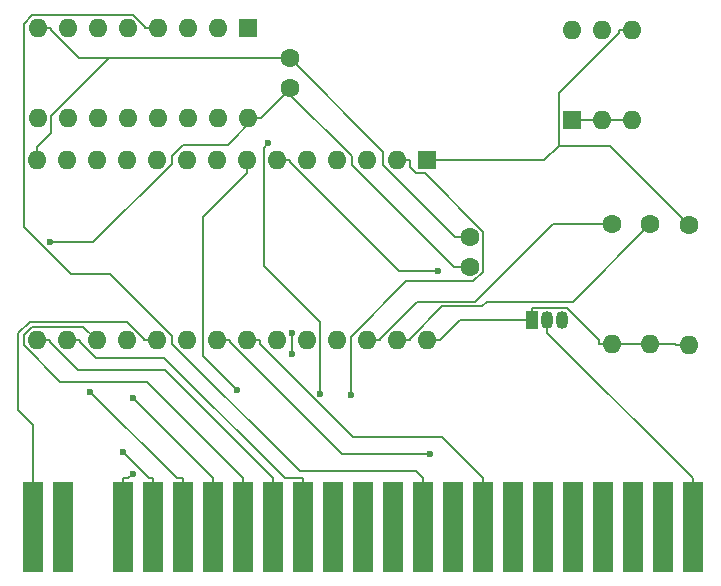
<source format=gbr>
%TF.GenerationSoftware,KiCad,Pcbnew,8.0.1*%
%TF.CreationDate,2024-04-15T13:45:33+02:00*%
%TF.ProjectId,zx81-external-eprom,7a783831-2d65-4787-9465-726e616c2d65,rev?*%
%TF.SameCoordinates,Original*%
%TF.FileFunction,Copper,L1,Top*%
%TF.FilePolarity,Positive*%
%FSLAX46Y46*%
G04 Gerber Fmt 4.6, Leading zero omitted, Abs format (unit mm)*
G04 Created by KiCad (PCBNEW 8.0.1) date 2024-04-15 13:45:33*
%MOMM*%
%LPD*%
G01*
G04 APERTURE LIST*
%TA.AperFunction,ConnectorPad*%
%ADD10R,1.778000X7.620000*%
%TD*%
%TA.AperFunction,ComponentPad*%
%ADD11C,1.600000*%
%TD*%
%TA.AperFunction,ComponentPad*%
%ADD12O,1.600000X1.600000*%
%TD*%
%TA.AperFunction,ComponentPad*%
%ADD13R,1.600000X1.600000*%
%TD*%
%TA.AperFunction,ComponentPad*%
%ADD14R,1.050000X1.500000*%
%TD*%
%TA.AperFunction,ComponentPad*%
%ADD15O,1.050000X1.500000*%
%TD*%
%TA.AperFunction,ViaPad*%
%ADD16C,0.600000*%
%TD*%
%TA.AperFunction,Conductor*%
%ADD17C,0.200000*%
%TD*%
G04 APERTURE END LIST*
D10*
%TO.P,J1,B3,D7*%
%TO.N,D7*%
X49689982Y-83680000D03*
%TO.P,J1,B4,~{RAMCS}*%
%TO.N,unconnected-(J1-~{RAMCS}-PadB4)*%
X52229982Y-83680000D03*
%TO.P,J1,B6,D0*%
%TO.N,D0*%
X57309982Y-83680000D03*
%TO.P,J1,B7,D1*%
%TO.N,D1*%
X59849982Y-83680000D03*
%TO.P,J1,B8,D2*%
%TO.N,D2*%
X62389982Y-83680000D03*
%TO.P,J1,B9,D6*%
%TO.N,D6*%
X64929982Y-83680000D03*
%TO.P,J1,B10,D5*%
%TO.N,D5*%
X67469982Y-83680000D03*
%TO.P,J1,B11,D3*%
%TO.N,D3*%
X70009982Y-83680000D03*
%TO.P,J1,B12,D4*%
%TO.N,D4*%
X72539982Y-83680000D03*
%TO.P,J1,B13,~{INT}*%
%TO.N,unconnected-(J1-~{INT}-PadB13)*%
X75089982Y-83680000D03*
%TO.P,J1,B14,~{NMI}*%
%TO.N,unconnected-(J1-~{NMI}-PadB14)*%
X77629982Y-83680000D03*
%TO.P,J1,B15,~{HALT}*%
%TO.N,unconnected-(J1-~{HALT}-PadB15)*%
X80169982Y-83680000D03*
%TO.P,J1,B16,~{MREQ}*%
%TO.N,Net-(J1-~{MREQ})*%
X82709982Y-83680000D03*
%TO.P,J1,B17,~{IOREQ}*%
%TO.N,unconnected-(J1-~{IOREQ}-PadB17)*%
X85249982Y-83680000D03*
%TO.P,J1,B18,~{RD}*%
%TO.N,Net-(J1-~{RD})*%
X87789982Y-83680000D03*
%TO.P,J1,B19,~{WR}*%
%TO.N,unconnected-(J1-~{WR}-PadB19)*%
X90329982Y-83680000D03*
%TO.P,J1,B20,~{BUSAC}*%
%TO.N,unconnected-(J1-~{BUSAC}-PadB20)*%
X92869982Y-83680000D03*
%TO.P,J1,B21,~{WAIT}*%
%TO.N,unconnected-(J1-~{WAIT}-PadB21)*%
X95409982Y-83680000D03*
%TO.P,J1,B22,~{BUSRQ}*%
%TO.N,unconnected-(J1-~{BUSRQ}-PadB22)*%
X97949982Y-83680000D03*
%TO.P,J1,B23,~{RESET}*%
%TO.N,unconnected-(J1-~{RESET}-PadB23)*%
X100489982Y-83680000D03*
%TO.P,J1,B24,~{M1}*%
%TO.N,unconnected-(J1-~{M1}-PadB24)*%
X103029982Y-83680000D03*
%TO.P,J1,B25,~{RFSH}*%
%TO.N,Net-(J1-~{RFSH})*%
X105569982Y-83680000D03*
%TD*%
D11*
%TO.P,R1,1*%
%TO.N,Net-(U1-A13)*%
X98670000Y-58020000D03*
D12*
%TO.P,R1,2*%
%TO.N,+5V*%
X98670000Y-68180000D03*
%TD*%
D13*
%TO.P,SW1,1*%
%TO.N,GND*%
X95320000Y-49240000D03*
D12*
%TO.P,SW1,2*%
X97860000Y-49240000D03*
%TO.P,SW1,3*%
X100400000Y-49240000D03*
%TO.P,SW1,4*%
%TO.N,Net-(U1-A15)*%
X100400000Y-41620000D03*
%TO.P,SW1,5*%
%TO.N,Net-(U1-A14)*%
X97860000Y-41620000D03*
%TO.P,SW1,6*%
%TO.N,Net-(U1-A13)*%
X95320000Y-41620000D03*
%TD*%
D11*
%TO.P,R2,1*%
%TO.N,Net-(U1-A14)*%
X101945000Y-58040000D03*
D12*
%TO.P,R2,2*%
%TO.N,+5V*%
X101945000Y-68200000D03*
%TD*%
D11*
%TO.P,C2,1*%
%TO.N,+5V*%
X71400000Y-46500000D03*
%TO.P,C2,2*%
%TO.N,GND*%
X71400000Y-44000000D03*
%TD*%
D13*
%TO.P,U2,1,A0*%
%TO.N,A13*%
X67865000Y-41450000D03*
D12*
%TO.P,U2,2,A1*%
%TO.N,A14*%
X65325000Y-41450000D03*
%TO.P,U2,3,A2*%
%TO.N,A15*%
X62785000Y-41450000D03*
%TO.P,U2,4,E1*%
%TO.N,Net-(J1-~{MREQ})*%
X60245000Y-41450000D03*
%TO.P,U2,5,E2*%
%TO.N,Net-(J1-~{RD})*%
X57705000Y-41450000D03*
%TO.P,U2,6,E3*%
%TO.N,Net-(J1-~{RFSH})*%
X55165000Y-41450000D03*
%TO.P,U2,7,O7*%
%TO.N,unconnected-(U2-O7-Pad7)*%
X52625000Y-41450000D03*
%TO.P,U2,8,GND*%
%TO.N,GND*%
X50085000Y-41450000D03*
%TO.P,U2,9,O6*%
%TO.N,unconnected-(U2-O6-Pad9)*%
X50085000Y-49070000D03*
%TO.P,U2,10,O5*%
%TO.N,unconnected-(U2-O5-Pad10)*%
X52625000Y-49070000D03*
%TO.P,U2,11,O4*%
%TO.N,unconnected-(U2-O4-Pad11)*%
X55165000Y-49070000D03*
%TO.P,U2,12,O3*%
%TO.N,unconnected-(U2-O3-Pad12)*%
X57705000Y-49070000D03*
%TO.P,U2,13,O2*%
%TO.N,unconnected-(U2-O2-Pad13)*%
X60245000Y-49070000D03*
%TO.P,U2,14,O1*%
%TO.N,unconnected-(U2-O1-Pad14)*%
X62785000Y-49070000D03*
%TO.P,U2,15,O0*%
%TO.N,Net-(U1-~{CE})*%
X65325000Y-49070000D03*
%TO.P,U2,16,VCC*%
%TO.N,+5V*%
X67865000Y-49070000D03*
%TD*%
D13*
%TO.P,U1,1,A15*%
%TO.N,Net-(U1-A15)*%
X83025000Y-52625000D03*
D12*
%TO.P,U1,2,A12*%
%TO.N,A12*%
X80485000Y-52625000D03*
%TO.P,U1,3,A7*%
%TO.N,A7*%
X77945000Y-52625000D03*
%TO.P,U1,4,A6*%
%TO.N,A6*%
X75405000Y-52625000D03*
%TO.P,U1,5,A5*%
%TO.N,A5*%
X72865000Y-52625000D03*
%TO.P,U1,6,A4*%
%TO.N,A4*%
X70325000Y-52625000D03*
%TO.P,U1,7,A3*%
%TO.N,A3*%
X67785000Y-52625000D03*
%TO.P,U1,8,A2*%
%TO.N,A2*%
X65245000Y-52625000D03*
%TO.P,U1,9,A1*%
%TO.N,A1*%
X62705000Y-52625000D03*
%TO.P,U1,10,A0*%
%TO.N,A0*%
X60165000Y-52625000D03*
%TO.P,U1,11,D0*%
%TO.N,D0*%
X57625000Y-52625000D03*
%TO.P,U1,12,D1*%
%TO.N,D1*%
X55085000Y-52625000D03*
%TO.P,U1,13,D2*%
%TO.N,D2*%
X52545000Y-52625000D03*
%TO.P,U1,14,GND*%
%TO.N,GND*%
X50005000Y-52625000D03*
%TO.P,U1,15,D3*%
%TO.N,D3*%
X50005000Y-67865000D03*
%TO.P,U1,16,D4*%
%TO.N,D4*%
X52545000Y-67865000D03*
%TO.P,U1,17,D5*%
%TO.N,D5*%
X55085000Y-67865000D03*
%TO.P,U1,18,D6*%
%TO.N,D6*%
X57625000Y-67865000D03*
%TO.P,U1,19,D7*%
%TO.N,D7*%
X60165000Y-67865000D03*
%TO.P,U1,20,~{CE}*%
%TO.N,Net-(U1-~{CE})*%
X62705000Y-67865000D03*
%TO.P,U1,21,A10*%
%TO.N,A10*%
X65245000Y-67865000D03*
%TO.P,U1,22,~{OE/Vpp}*%
%TO.N,Net-(J1-~{RD})*%
X67785000Y-67865000D03*
%TO.P,U1,23,A11*%
%TO.N,A11*%
X70325000Y-67865000D03*
%TO.P,U1,24,A9*%
%TO.N,A9*%
X72865000Y-67865000D03*
%TO.P,U1,25,A8*%
%TO.N,A8*%
X75405000Y-67865000D03*
%TO.P,U1,26,A13*%
%TO.N,Net-(U1-A13)*%
X77945000Y-67865000D03*
%TO.P,U1,27,A14*%
%TO.N,Net-(U1-A14)*%
X80485000Y-67865000D03*
%TO.P,U1,28,VCC*%
%TO.N,+5V*%
X83025000Y-67865000D03*
%TD*%
D14*
%TO.P,Q1,1,C*%
%TO.N,+5V*%
X91930000Y-66180000D03*
D15*
%TO.P,Q1,2,B*%
%TO.N,Net-(J1-~{RFSH})*%
X93200000Y-66180000D03*
%TO.P,Q1,3,E*%
%TO.N,Net-(J1-~{ROMCS})*%
X94470000Y-66180000D03*
%TD*%
D11*
%TO.P,C1,1*%
%TO.N,+5V*%
X86650000Y-61625000D03*
%TO.P,C1,2*%
%TO.N,GND*%
X86650000Y-59125000D03*
%TD*%
%TO.P,R3,1*%
%TO.N,Net-(U1-A15)*%
X105245000Y-58070000D03*
D12*
%TO.P,R3,2*%
%TO.N,+5V*%
X105245000Y-68230000D03*
%TD*%
D16*
%TO.N,D1*%
X57288400Y-77347000D03*
%TO.N,D6*%
X58117200Y-72763900D03*
%TO.N,A14*%
X69601800Y-51169000D03*
X74012800Y-72378600D03*
%TO.N,A13*%
X71607800Y-67252400D03*
X71607800Y-69021500D03*
%TO.N,A4*%
X83949300Y-62029700D03*
%TO.N,D0*%
X58129000Y-79189600D03*
%TO.N,A12*%
X76570500Y-72505100D03*
%TO.N,A3*%
X66954300Y-72071800D03*
%TO.N,D2*%
X54526300Y-72247600D03*
%TO.N,A10*%
X83306000Y-77496100D03*
%TO.N,+5V*%
X51100100Y-59574200D03*
%TD*%
D17*
%TO.N,Net-(U1-A14)*%
X80485000Y-67865000D02*
X81586700Y-67865000D01*
X81586700Y-67730100D02*
X81586700Y-67865000D01*
X84318600Y-64998200D02*
X81586700Y-67730100D01*
X87699900Y-64998200D02*
X84318600Y-64998200D01*
X88113400Y-64584700D02*
X87699900Y-64998200D01*
X95400300Y-64584700D02*
X88113400Y-64584700D01*
X101945000Y-58040000D02*
X95400300Y-64584700D01*
%TO.N,Net-(U1-A13)*%
X77945000Y-67865000D02*
X79046700Y-67865000D01*
X93712500Y-58020000D02*
X98670000Y-58020000D01*
X87136000Y-64596500D02*
X93712500Y-58020000D01*
X82177500Y-64596500D02*
X87136000Y-64596500D01*
X79046700Y-67727300D02*
X82177500Y-64596500D01*
X79046700Y-67865000D02*
X79046700Y-67727300D01*
%TO.N,Net-(U1-A15)*%
X100400000Y-41620000D02*
X99298300Y-41620000D01*
X99298300Y-41848300D02*
X99298300Y-41620000D01*
X94181400Y-46965200D02*
X99298300Y-41848300D01*
X94181400Y-51382500D02*
X94181400Y-46965200D01*
X92938900Y-52625000D02*
X94181400Y-51382500D01*
X83025000Y-52625000D02*
X92938900Y-52625000D01*
X98557500Y-51382500D02*
X105245000Y-58070000D01*
X94181400Y-51382500D02*
X98557500Y-51382500D01*
%TO.N,D5*%
X67470000Y-83680000D02*
X67470000Y-79568300D01*
X53931400Y-66711400D02*
X55085000Y-67865000D01*
X49562700Y-66711400D02*
X53931400Y-66711400D01*
X48881400Y-67392700D02*
X49562700Y-66711400D01*
X48881400Y-68309200D02*
X48881400Y-67392700D01*
X51965000Y-71392800D02*
X48881400Y-68309200D01*
X59294500Y-71392800D02*
X51965000Y-71392800D01*
X67470000Y-79568300D02*
X59294500Y-71392800D01*
%TO.N,Net-(J1-~{RD})*%
X84271900Y-76050200D02*
X87790000Y-79568300D01*
X76796500Y-76050200D02*
X84271900Y-76050200D01*
X68886700Y-68140400D02*
X76796500Y-76050200D01*
X68886700Y-67865000D02*
X68886700Y-68140400D01*
X67785000Y-67865000D02*
X68886700Y-67865000D01*
X87790000Y-83680000D02*
X87790000Y-79568300D01*
%TO.N,D1*%
X59509700Y-79568300D02*
X59850000Y-79568300D01*
X57288400Y-77347000D02*
X59509700Y-79568300D01*
X59850000Y-83680000D02*
X59850000Y-79568300D01*
%TO.N,D4*%
X52545000Y-67865000D02*
X53646700Y-67865000D01*
X72540000Y-83680000D02*
X72540000Y-79568300D01*
X70986300Y-79568300D02*
X72540000Y-79568300D01*
X60786400Y-69368400D02*
X70986300Y-79568300D01*
X55012300Y-69368400D02*
X60786400Y-69368400D01*
X53646700Y-68002800D02*
X55012300Y-69368400D01*
X53646700Y-67865000D02*
X53646700Y-68002800D01*
%TO.N,D3*%
X50005000Y-67865000D02*
X51106700Y-67865000D01*
X70010000Y-83680000D02*
X70010000Y-79568300D01*
X60825400Y-70383700D02*
X70010000Y-79568300D01*
X53487700Y-70383700D02*
X60825400Y-70383700D01*
X51106700Y-68002700D02*
X53487700Y-70383700D01*
X51106700Y-67865000D02*
X51106700Y-68002700D01*
%TO.N,D6*%
X64930000Y-83680000D02*
X64930000Y-79568300D01*
X64921600Y-79568300D02*
X64930000Y-79568300D01*
X58117200Y-72763900D02*
X64921600Y-79568300D01*
%TO.N,A14*%
X69220300Y-51550500D02*
X69601800Y-51169000D01*
X69220300Y-61538800D02*
X69220300Y-51550500D01*
X74012800Y-66331300D02*
X69220300Y-61538800D01*
X74012800Y-72378600D02*
X74012800Y-66331300D01*
%TO.N,D7*%
X49690000Y-75032100D02*
X49690000Y-83680000D01*
X48442500Y-73784600D02*
X49690000Y-75032100D01*
X48442500Y-67252300D02*
X48442500Y-73784600D01*
X49412300Y-66282500D02*
X48442500Y-67252300D01*
X57618500Y-66282500D02*
X49412300Y-66282500D01*
X59063300Y-67727300D02*
X57618500Y-66282500D01*
X59063300Y-67865000D02*
X59063300Y-67727300D01*
X60165000Y-67865000D02*
X59063300Y-67865000D01*
%TO.N,Net-(J1-~{RFSH})*%
X105536600Y-79568300D02*
X105570000Y-79568300D01*
X93200000Y-67231700D02*
X105536600Y-79568300D01*
X93200000Y-66180000D02*
X93200000Y-67231700D01*
X105570000Y-83680000D02*
X105570000Y-79568300D01*
%TO.N,A13*%
X71607800Y-67252400D02*
X71607800Y-69021500D01*
%TO.N,Net-(J1-~{MREQ})*%
X82111000Y-78969300D02*
X82710000Y-79568300D01*
X72251200Y-78969300D02*
X82111000Y-78969300D01*
X61435000Y-68153100D02*
X72251200Y-78969300D01*
X61435000Y-67504400D02*
X61435000Y-68153100D01*
X56184600Y-62254000D02*
X61435000Y-67504400D01*
X52873000Y-62254000D02*
X56184600Y-62254000D01*
X48902200Y-58283200D02*
X52873000Y-62254000D01*
X48902200Y-41074700D02*
X48902200Y-58283200D01*
X49635800Y-40341100D02*
X48902200Y-41074700D01*
X58172100Y-40341100D02*
X49635800Y-40341100D01*
X59143300Y-41312300D02*
X58172100Y-40341100D01*
X59143300Y-41450000D02*
X59143300Y-41312300D01*
X60245000Y-41450000D02*
X59143300Y-41450000D01*
X82710000Y-83680000D02*
X82710000Y-79568300D01*
%TO.N,A4*%
X80693700Y-62029700D02*
X83949300Y-62029700D01*
X71426700Y-52762700D02*
X80693700Y-62029700D01*
X71426700Y-52625000D02*
X71426700Y-52762700D01*
X70325000Y-52625000D02*
X71426700Y-52625000D01*
%TO.N,D0*%
X57310000Y-83680000D02*
X57310000Y-79568300D01*
X57750300Y-79568300D02*
X58129000Y-79189600D01*
X57310000Y-79568300D02*
X57750300Y-79568300D01*
%TO.N,A12*%
X80485000Y-52625000D02*
X81586700Y-52625000D01*
X81586700Y-53227500D02*
X81586700Y-52625000D01*
X82085900Y-53726700D02*
X81586700Y-53227500D01*
X82835600Y-53726700D02*
X82085900Y-53726700D01*
X87768500Y-58659600D02*
X82835600Y-53726700D01*
X87768500Y-62090600D02*
X87768500Y-58659600D01*
X86976800Y-62882300D02*
X87768500Y-62090600D01*
X81300600Y-62882300D02*
X86976800Y-62882300D01*
X76570500Y-67612400D02*
X81300600Y-62882300D01*
X76570500Y-72505100D02*
X76570500Y-67612400D01*
%TO.N,A3*%
X67785000Y-52625000D02*
X67785000Y-53726700D01*
X64095400Y-69212900D02*
X66954300Y-72071800D01*
X64095400Y-57416300D02*
X64095400Y-69212900D01*
X67785000Y-53726700D02*
X64095400Y-57416300D01*
%TO.N,D2*%
X62390000Y-83680000D02*
X62390000Y-79568300D01*
X61847000Y-79568300D02*
X54526300Y-72247600D01*
X62390000Y-79568300D02*
X61847000Y-79568300D01*
%TO.N,A10*%
X75840100Y-77496100D02*
X83306000Y-77496100D01*
X66346700Y-68002700D02*
X75840100Y-77496100D01*
X66346700Y-67865000D02*
X66346700Y-68002700D01*
X65245000Y-67865000D02*
X66346700Y-67865000D01*
%TO.N,+5V*%
X98670000Y-68180000D02*
X99771700Y-68180000D01*
X99791700Y-68200000D02*
X101945000Y-68200000D01*
X99771700Y-68180000D02*
X99791700Y-68200000D01*
X104113300Y-68200000D02*
X104143300Y-68230000D01*
X101945000Y-68200000D02*
X104113300Y-68200000D01*
X105245000Y-68230000D02*
X104143300Y-68230000D01*
X71220500Y-46816200D02*
X68966700Y-49070000D01*
X71220400Y-46816200D02*
X71220500Y-46816200D01*
X71220400Y-46679600D02*
X71220400Y-46816200D01*
X71400000Y-46500000D02*
X71220400Y-46679600D01*
X85302000Y-61625000D02*
X86650000Y-61625000D01*
X76675000Y-52998000D02*
X85302000Y-61625000D01*
X76675000Y-52270800D02*
X76675000Y-52998000D01*
X71220500Y-46816200D02*
X76675000Y-52270800D01*
X83025000Y-67865000D02*
X84126700Y-67865000D01*
X67865000Y-49070000D02*
X68415900Y-49070000D01*
X68415900Y-49070000D02*
X68966700Y-49070000D01*
X54780000Y-59574200D02*
X51100100Y-59574200D01*
X61434800Y-52919400D02*
X54780000Y-59574200D01*
X61434800Y-52292600D02*
X61434800Y-52919400D01*
X62395800Y-51331600D02*
X61434800Y-52292600D01*
X66154300Y-51331600D02*
X62395800Y-51331600D01*
X68415900Y-49070000D02*
X66154300Y-51331600D01*
X98670000Y-68180000D02*
X97568300Y-68180000D01*
X85811700Y-66180000D02*
X91930000Y-66180000D01*
X84126700Y-67865000D02*
X85811700Y-66180000D01*
X97568300Y-67837600D02*
X97568300Y-68180000D01*
X94859000Y-65128300D02*
X97568300Y-67837600D01*
X91930000Y-65128300D02*
X94859000Y-65128300D01*
X91930000Y-66180000D02*
X91930000Y-65128300D01*
%TO.N,GND*%
X100400000Y-49240000D02*
X97860000Y-49240000D01*
X97860000Y-49240000D02*
X95320000Y-49240000D01*
X50085000Y-41450000D02*
X51186700Y-41450000D01*
X50005000Y-52625000D02*
X50005000Y-51523300D01*
X51213500Y-48886500D02*
X56100000Y-44000000D01*
X51213500Y-50314800D02*
X51213500Y-48886500D01*
X50005000Y-51523300D02*
X51213500Y-50314800D01*
X51186700Y-41569900D02*
X51186700Y-41450000D01*
X53616700Y-43999900D02*
X51186700Y-41569900D01*
X56100000Y-43999900D02*
X53616700Y-43999900D01*
X56100000Y-44000000D02*
X56100000Y-43999900D01*
X56100000Y-44000000D02*
X71400000Y-44000000D01*
X85409100Y-59125000D02*
X86650000Y-59125000D01*
X79325400Y-53041300D02*
X85409100Y-59125000D01*
X79325400Y-51925400D02*
X79325400Y-53041300D01*
X71400000Y-44000000D02*
X79325400Y-51925400D01*
%TD*%
M02*

</source>
